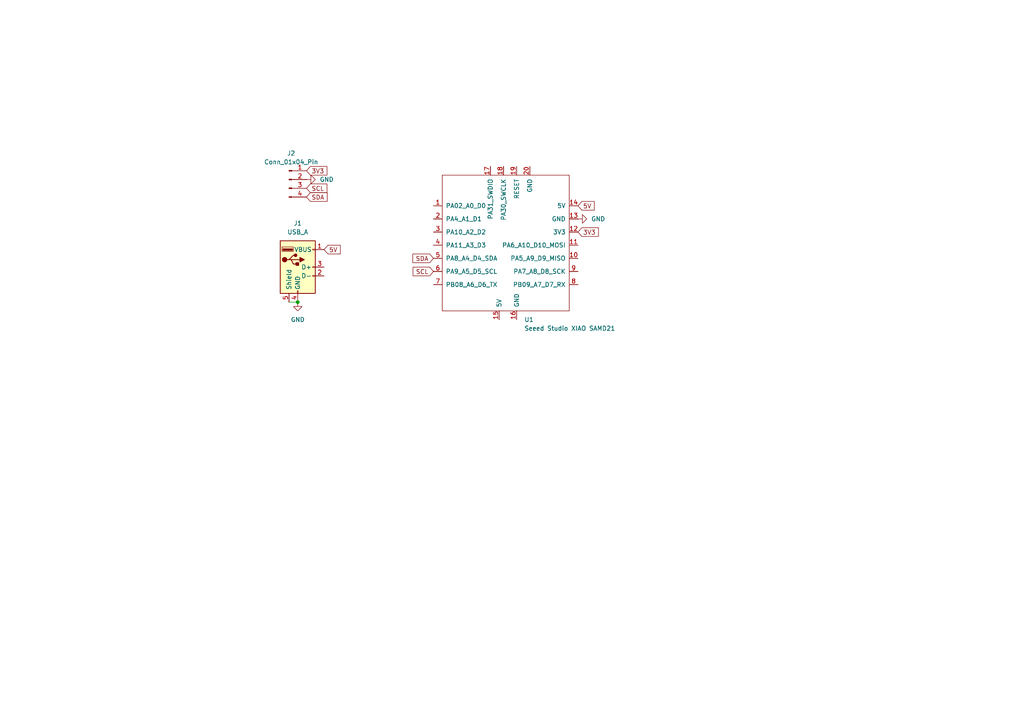
<source format=kicad_sch>
(kicad_sch (version 20231120) (generator "eeschema") (generator_version "8.0")
  (paper "A4")
  (lib_symbols
    (symbol "Connector:Conn_01x04_Pin" (pin_names (offset 1.016) hide)
      (property "Reference" "J" (at 0 5.08 0))
      (property "Value" "Conn_01x04_Pin" (at 0 -7.62 0))
      (symbol "Conn_01x04_Pin_1_1"
        (polyline (pts (xy 1.27 -5.08) (xy 0.8636 -5.08)) (stroke (width 0.1524)))
        (polyline (pts (xy 1.27 -2.54) (xy 0.8636 -2.54)) (stroke (width 0.1524)))
        (polyline (pts (xy 1.27 0) (xy 0.8636 0)) (stroke (width 0.1524)))
        (polyline (pts (xy 1.27 2.54) (xy 0.8636 2.54)) (stroke (width 0.1524)))
        (rectangle (start 0.8636 -4.953) (end 0 -5.207) (stroke (width 0.1524)) (fill (type outline)))
        (rectangle (start 0.8636 -2.413) (end 0 -2.667) (stroke (width 0.1524)) (fill (type outline)))
        (rectangle (start 0.8636 0.127) (end 0 -0.127) (stroke (width 0.1524)) (fill (type outline)))
        (rectangle (start 0.8636 2.667) (end 0 2.413) (stroke (width 0.1524)) (fill (type outline)))
        (pin passive line (at 5.08 2.54 180) (length 3.81) (name "Pin_1") (number "1"))
        (pin passive line (at 5.08 0 180) (length 3.81) (name "Pin_2") (number "2"))
        (pin passive line (at 5.08 -2.54 180) (length 3.81) (name "Pin_3") (number "3"))
        (pin passive line (at 5.08 -5.08 180) (length 3.81) (name "Pin_4") (number "4"))
      )
    )
    (symbol "Connector:USB_A" (pin_names (offset 1.016))
      (property "Reference" "J" (at -5.08 11.43 0))
      (property "Value" "USB_A" (at -5.08 8.89 0))
      (symbol "USB_A_0_1"
        (rectangle (start -5.08 -7.62) (end 5.08 7.62) (stroke (width 0.254)) (fill (type background)))
        (circle (center -3.81 2.159) (radius 0.635) (stroke (width 0.254)) (fill (type outline)))
        (rectangle (start -1.524 4.826) (end -4.318 5.334) (fill (type outline)))
        (rectangle (start -1.27 4.572) (end -4.572 5.842))
        (circle (center -0.635 3.429) (radius 0.381) (stroke (width 0.254)) (fill (type outline)))
        (rectangle (start -0.127 -7.62) (end 0.127 -6.858))
        (polyline (pts (xy -3.175 2.159) (xy -2.54 2.159) (xy -1.27 3.429) (xy -0.635 3.429)) (stroke (width 0.254)))
        (polyline (pts (xy -2.54 2.159) (xy -1.905 2.159) (xy -1.27 0.889) (xy 0 0.889)) (stroke (width 0.254)))
        (polyline (pts (xy 0.635 2.794) (xy 0.635 1.524) (xy 1.905 2.159) (xy 0.635 2.794)) (stroke (width 0.254)) (fill (type outline)))
        (rectangle (start 0.254 1.27) (end -0.508 0.508) (stroke (width 0.254)) (fill (type outline)))
        (rectangle (start 5.08 -2.667) (end 4.318 -2.413))
        (rectangle (start 5.08 -0.127) (end 4.318 0.127))
        (rectangle (start 5.08 4.953) (end 4.318 5.207))
      )
      (symbol "USB_A_1_1"
        (polyline (pts (xy -1.905 2.159) (xy 0.635 2.159)) (stroke (width 0.254)))
        (pin power_in line (at 7.62 5.08 180) (length 2.54) (name "VBUS") (number "1"))
        (pin bidirectional line (at 7.62 -2.54 180) (length 2.54) (name "D-") (number "2"))
        (pin bidirectional line (at 7.62 0 180) (length 2.54) (name "D+") (number "3"))
        (pin power_in line (at 0 -10.16 90) (length 2.54) (name "GND") (number "4"))
        (pin passive line (at -2.54 -10.16 90) (length 2.54) (name "Shield") (number "5"))
      )
    )
    (symbol "Seeed_Studio_XIAO_Series:Seeed Studio XIAO SAMD21" (pin_names (offset 1.016))
      (property "Reference" "U" (at -19.05 22.86 0))
      (property "Value" "Seeed Studio XIAO SAMD21" (at -12.7 21.59 0))
      (symbol "Seeed Studio XIAO SAMD21_0_1"
        (rectangle (start -19.05 20.32) (end 17.78 -19.05))
      )
      (symbol "Seeed Studio XIAO SAMD21_1_1"
        (pin unspecified line (at -21.59 11.43 0) (length 2.54) (name "PA02_A0_D0") (number "1"))
        (pin unspecified line (at 20.32 -3.81 180) (length 2.54) (name "PA5_A9_D9_MISO") (number "10"))
        (pin unspecified line (at 20.32 0 180) (length 2.54) (name "PA6_A10_D10_MOSI") (number "11"))
        (pin unspecified line (at 20.32 3.81 180) (length 2.54) (name "3V3") (number "12"))
        (pin unspecified line (at 20.32 7.62 180) (length 2.54) (name "GND") (number "13"))
        (pin unspecified line (at 20.32 11.43 180) (length 2.54) (name "5V") (number "14"))
        (pin input line (at -2.54 -21.59 90) (length 2.54) (name "5V") (number "15"))
        (pin input line (at 2.54 -21.59 90) (length 2.54) (name "GND") (number "16"))
        (pin input line (at -5.08 22.86 270) (length 2.54) (name "PA31_SWDIO") (number "17"))
        (pin input line (at -1.27 22.86 270) (length 2.54) (name "PA30_SWCLK") (number "18"))
        (pin input line (at 2.54 22.86 270) (length 2.54) (name "RESET") (number "19"))
        (pin unspecified line (at -21.59 7.62 0) (length 2.54) (name "PA4_A1_D1") (number "2"))
        (pin input line (at 6.35 22.86 270) (length 2.54) (name "GND") (number "20"))
        (pin unspecified line (at -21.59 3.81 0) (length 2.54) (name "PA10_A2_D2") (number "3"))
        (pin unspecified line (at -21.59 0 0) (length 2.54) (name "PA11_A3_D3") (number "4"))
        (pin unspecified line (at -21.59 -3.81 0) (length 2.54) (name "PA8_A4_D4_SDA") (number "5"))
        (pin unspecified line (at -21.59 -7.62 0) (length 2.54) (name "PA9_A5_D5_SCL") (number "6"))
        (pin unspecified line (at -21.59 -11.43 0) (length 2.54) (name "PB08_A6_D6_TX") (number "7"))
        (pin unspecified line (at 20.32 -11.43 180) (length 2.54) (name "PB09_A7_D7_RX") (number "8"))
        (pin unspecified line (at 20.32 -7.62 180) (length 2.54) (name "PA7_A8_D8_SCK") (number "9"))
      )
    )
    (symbol "power:GND" (power) (pin_numbers hide) (pin_names (offset 0) hide)
      (property "Value" "GND" (at 0 -3.81 0))
      (symbol "GND_0_1"
        (polyline (pts (xy 0 0) (xy 0 -1.27) (xy 1.27 -1.27) (xy 0 -2.54) (xy -1.27 -1.27) (xy 0 -1.27)))
      )
      (symbol "GND_1_1"
        (pin power_in line (at 0 0 270) (length 0) (name "~") (number "1"))
      )
    )
  )
  (junction (at 86.36 87.63))
  (wire (pts (xy 83.82 87.63) (xy 86.36 87.63)))
  (global_label "5V" (shape input) (at 93.98 72.39 0) (property "Intersheetrefs" "${INTERSHEET_REFS}" (effects (hide yes))))
  (global_label "3V3" (shape input) (at 88.9 49.53 0) (property "Intersheetrefs" "${INTERSHEET_REFS}" (effects (hide yes))))
  (global_label "SDA" (shape input) (at 125.73 74.93 180) (property "Intersheetrefs" "${INTERSHEET_REFS}" (effects (hide yes))))
  (global_label "5V" (shape input) (at 167.64 59.69 0) (property "Intersheetrefs" "${INTERSHEET_REFS}" (effects (hide yes))))
  (global_label "SCL" (shape input) (at 88.9 54.61 0) (property "Intersheetrefs" "${INTERSHEET_REFS}" (effects (hide yes))))
  (global_label "SDA" (shape input) (at 88.9 57.15 0) (property "Intersheetrefs" "${INTERSHEET_REFS}" (effects (hide yes))))
  (global_label "3V3" (shape input) (at 167.64 67.31 0) (property "Intersheetrefs" "${INTERSHEET_REFS}" (effects (hide yes))))
  (global_label "SCL" (shape input) (at 125.73 78.74 180) (property "Intersheetrefs" "${INTERSHEET_REFS}" (effects (hide yes))))
  (symbol (lib_id "Connector:USB_A") (at 86.36 77.47 0) (unit 1)
    (property "Reference" "J1" (at 86.36 64.77 0))
    (property "Value" "USB_A" (at 86.36 67.31 0))
    (property "Footprint" "Connector_USB:USB_A_Molex_48037-2200_Horizontal" (effects (hide yes)))
    (property "Datasheet" " ~" (effects (hide yes)))
    (property "Description" "USB Type A connector" (effects (hide yes)))
  )
  (symbol (lib_id "power:GND") (at 167.64 63.5 90) (unit 1)
    (property "Reference" "#PWR03" (effects (hide yes)))
    (property "Value" "GND" (at 171.45 63.4999 90) (effects (justify right)))
    (property "Description" "Power symbol creates a global label with name \"GND\" , ground" (effects (hide yes)))
  )
  (symbol (lib_id "Seeed_Studio_XIAO_Series:Seeed Studio XIAO SAMD21") (at 147.32 71.12 0) (unit 1)
    (property "Reference" "U1" (at 152.0541 92.71 0) (effects (justify left)))
    (property "Value" "Seeed Studio XIAO SAMD21" (at 152.0541 95.25 0) (effects (justify left)))
    (property "Footprint" "XIAO:Seeeduino XIAO-MOUDLE14P-2.54-21X17.8MM" (effects (hide yes)))
  )
  (symbol (lib_id "Connector:Conn_01x04_Pin") (at 83.82 52.07 0) (unit 1)
    (property "Reference" "J2" (at 84.455 44.45 0))
    (property "Value" "Conn_01x04_Pin" (at 84.455 46.99 0))
    (property "Footprint" "Connector_PinHeader_2.54mm:PinHeader_1x04_P2.54mm_Vertical" (effects (hide yes)))
    (property "Description" "Generic connector, single row, 01x04, script generated" (effects (hide yes)))
  )
  (symbol (lib_id "power:GND") (at 86.36 87.63 0) (unit 1)
    (property "Reference" "#PWR02" (effects (hide yes)))
    (property "Value" "GND" (at 86.36 92.71 0))
    (property "Description" "Power symbol creates a global label with name \"GND\" , ground" (effects (hide yes)))
  )
  (symbol (lib_id "power:GND") (at 88.9 52.07 90) (unit 1)
    (property "Reference" "#PWR01" (effects (hide yes)))
    (property "Value" "GND" (at 92.71 52.0699 90) (effects (justify right)))
    (property "Description" "Power symbol creates a global label with name \"GND\" , ground" (effects (hide yes)))
  )
)
</source>
